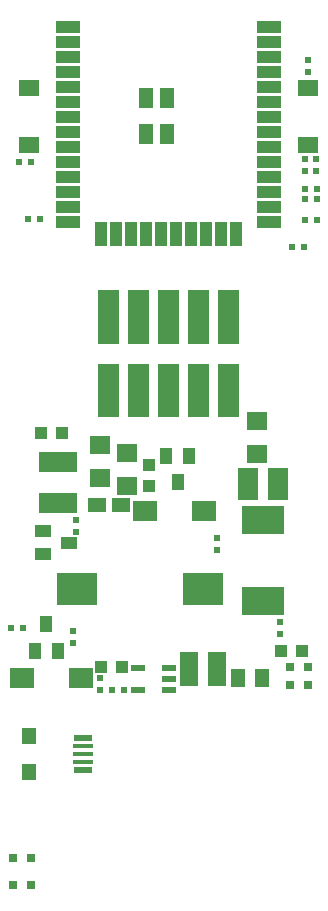
<source format=gbr>
G04 #@! TF.GenerationSoftware,KiCad,Pcbnew,5.99.0-unknown-d20d310~100~ubuntu18.04.1*
G04 #@! TF.CreationDate,2019-12-17T15:54:16+02:00*
G04 #@! TF.ProjectId,ESP32-PoE_Rev_E,45535033-322d-4506-9f45-5f5265765f45,E*
G04 #@! TF.SameCoordinates,Original*
G04 #@! TF.FileFunction,Paste,Top*
G04 #@! TF.FilePolarity,Positive*
%FSLAX46Y46*%
G04 Gerber Fmt 4.6, Leading zero omitted, Abs format (unit mm)*
G04 Created by KiCad (PCBNEW 5.99.0-unknown-d20d310~100~ubuntu18.04.1) date 2019-12-17 15:54:16*
%MOMM*%
%LPD*%
G04 APERTURE LIST*
%ADD10R,1.270000X1.524000*%
%ADD11R,0.500000X0.550000*%
%ADD12R,0.800000X0.800000*%
%ADD13R,1.016000X1.016000*%
%ADD14R,3.200000X1.700000*%
%ADD15R,1.778000X1.524000*%
%ADD16R,0.550000X0.500000*%
%ADD17R,1.200000X0.550000*%
%ADD18R,3.400000X2.700000*%
%ADD19R,3.600000X2.400000*%
%ADD20R,2.000000X1.700000*%
%ADD21R,1.524000X1.270000*%
%ADD22R,1.650000X0.500000*%
%ADD23R,1.721120X0.396120*%
%ADD24R,1.254000X1.354000*%
%ADD25R,1.000000X1.400000*%
%ADD26R,1.600000X3.000000*%
%ADD27R,1.400000X1.000000*%
%ADD28R,1.754000X1.327000*%
%ADD29R,1.200000X1.800000*%
%ADD30R,2.101600X1.001600*%
%ADD31R,1.001600X2.101600*%
%ADD32R,1.700000X2.700000*%
G04 APERTURE END LIST*
D10*
X112014000Y-151765000D03*
X109982000Y-151765000D03*
D11*
X91821000Y-147574000D03*
X90805000Y-147574000D03*
X93218000Y-112903000D03*
X92202000Y-112903000D03*
D12*
X115951000Y-150876000D03*
X114427000Y-150876000D03*
X115951000Y-152400000D03*
X114427000Y-152400000D03*
D13*
X102489000Y-135509000D03*
X102489000Y-133731000D03*
D14*
X94742000Y-137005000D03*
X94742000Y-133505000D03*
D15*
X98298000Y-134874000D03*
X98298000Y-132080000D03*
X100584000Y-135509000D03*
X100584000Y-132715000D03*
D16*
X108204000Y-139954000D03*
X108204000Y-140970000D03*
D11*
X116713000Y-113030000D03*
X115697000Y-113030000D03*
X114554000Y-115316000D03*
X115570000Y-115316000D03*
X115697000Y-110363000D03*
X116713000Y-110363000D03*
X115697000Y-111252000D03*
X116713000Y-111252000D03*
D16*
X98298000Y-151828500D03*
X98298000Y-152844500D03*
D11*
X99314000Y-152844500D03*
X100330000Y-152844500D03*
D16*
X113538000Y-147066000D03*
X113538000Y-148082000D03*
X96266000Y-139446000D03*
X96266000Y-138430000D03*
X96075500Y-147828000D03*
X96075500Y-148844000D03*
D13*
X98425000Y-150876000D03*
X100203000Y-150876000D03*
D17*
X104170000Y-152842000D03*
X104170000Y-151892000D03*
X104170000Y-150942000D03*
X101570000Y-152842000D03*
X101570000Y-150942000D03*
D18*
X96377000Y-144272000D03*
X107077000Y-144272000D03*
D19*
X112141000Y-138459000D03*
X112141000Y-145259000D03*
D20*
X96734000Y-151765000D03*
X91734000Y-151765000D03*
X102148000Y-137668000D03*
X107148000Y-137668000D03*
D15*
X111633000Y-130048000D03*
X111633000Y-132842000D03*
D21*
X98044000Y-137160000D03*
X100076000Y-137160000D03*
D12*
X92456000Y-169291000D03*
X90932000Y-169291000D03*
D13*
X113665000Y-149479000D03*
X115443000Y-149479000D03*
D12*
X92456000Y-167005000D03*
X90932000Y-167005000D03*
D22*
X96876000Y-156854500D03*
D23*
X96876000Y-157592000D03*
X96876000Y-158242000D03*
X96876000Y-158892000D03*
D22*
X96876000Y-159629500D03*
D24*
X92326000Y-156742000D03*
X92326000Y-159742000D03*
D25*
X92839540Y-149479000D03*
X94742000Y-149479000D03*
X93786960Y-147269200D03*
X105851960Y-133004560D03*
X103949500Y-133004560D03*
X104904540Y-135214360D03*
D26*
X108261000Y-151003000D03*
X105861000Y-151003000D03*
D16*
X115951000Y-99441000D03*
X115951000Y-100457000D03*
X115697000Y-108839000D03*
X115697000Y-107823000D03*
X116586000Y-107823000D03*
X116586000Y-108839000D03*
D27*
X95715000Y-140335000D03*
X93515000Y-141285000D03*
X93515000Y-139385000D03*
G36*
X98210000Y-129733000D02*
G01*
X98210000Y-125183000D01*
X99910000Y-125183000D01*
X99910000Y-129733000D01*
X98210000Y-129733000D01*
G37*
G36*
X100750000Y-129733000D02*
G01*
X100750000Y-125183000D01*
X102450000Y-125183000D01*
X102450000Y-129733000D01*
X100750000Y-129733000D01*
G37*
G36*
X103290000Y-129733000D02*
G01*
X103290000Y-125183000D01*
X104990000Y-125183000D01*
X104990000Y-129733000D01*
X103290000Y-129733000D01*
G37*
G36*
X105830000Y-129733000D02*
G01*
X105830000Y-125183000D01*
X107530000Y-125183000D01*
X107530000Y-129733000D01*
X105830000Y-129733000D01*
G37*
G36*
X108370000Y-129733000D02*
G01*
X108370000Y-125183000D01*
X110070000Y-125183000D01*
X110070000Y-129733000D01*
X108370000Y-129733000D01*
G37*
G36*
X108370000Y-123483000D02*
G01*
X108370000Y-118933000D01*
X110070000Y-118933000D01*
X110070000Y-123483000D01*
X108370000Y-123483000D01*
G37*
G36*
X105830000Y-123483000D02*
G01*
X105830000Y-118933000D01*
X107530000Y-118933000D01*
X107530000Y-123483000D01*
X105830000Y-123483000D01*
G37*
G36*
X98210000Y-123483000D02*
G01*
X98210000Y-118933000D01*
X99910000Y-118933000D01*
X99910000Y-123483000D01*
X98210000Y-123483000D01*
G37*
G36*
X100750000Y-123483000D02*
G01*
X100750000Y-118933000D01*
X102450000Y-118933000D01*
X102450000Y-123483000D01*
X100750000Y-123483000D01*
G37*
G36*
X103290000Y-123483000D02*
G01*
X103290000Y-118933000D01*
X104990000Y-118933000D01*
X104990000Y-123483000D01*
X103290000Y-123483000D01*
G37*
D28*
X92321000Y-101877000D03*
X92321000Y-106657000D03*
X115959000Y-101877000D03*
X115959000Y-106657000D03*
D11*
X92456000Y-108077000D03*
X91440000Y-108077000D03*
D29*
X104040000Y-105735000D03*
X104040000Y-102735000D03*
X102240000Y-105735000D03*
X102240000Y-102735000D03*
D30*
X95640000Y-96725000D03*
X95640000Y-97995000D03*
X95640000Y-99265000D03*
X95640000Y-100535000D03*
X95640000Y-101805000D03*
X95640000Y-103075000D03*
X95640000Y-104345000D03*
X95640000Y-105615000D03*
X95640000Y-106885000D03*
X95640000Y-108155000D03*
X95640000Y-109425000D03*
X95640000Y-110695000D03*
X95640000Y-111965000D03*
X95640000Y-113235000D03*
D31*
X98440000Y-114235000D03*
X99710000Y-114235000D03*
X100980000Y-114235000D03*
X102250000Y-114235000D03*
X103520000Y-114235000D03*
X104790000Y-114235000D03*
X106060000Y-114235000D03*
X107330000Y-114235000D03*
X108600000Y-114235000D03*
X109870000Y-114235000D03*
D30*
X112640000Y-113235000D03*
X112640000Y-111965000D03*
X112640000Y-110695000D03*
X112640000Y-109425000D03*
X112640000Y-108155000D03*
X112640000Y-106885000D03*
X112640000Y-105615000D03*
X112640000Y-104345000D03*
X112640000Y-103075000D03*
X112640000Y-101805000D03*
X112640000Y-100535000D03*
X112640000Y-99265000D03*
X112640000Y-97995000D03*
X112640000Y-96725000D03*
D13*
X95123000Y-131064000D03*
X93345000Y-131064000D03*
D32*
X110891000Y-135382000D03*
X113391000Y-135382000D03*
M02*

</source>
